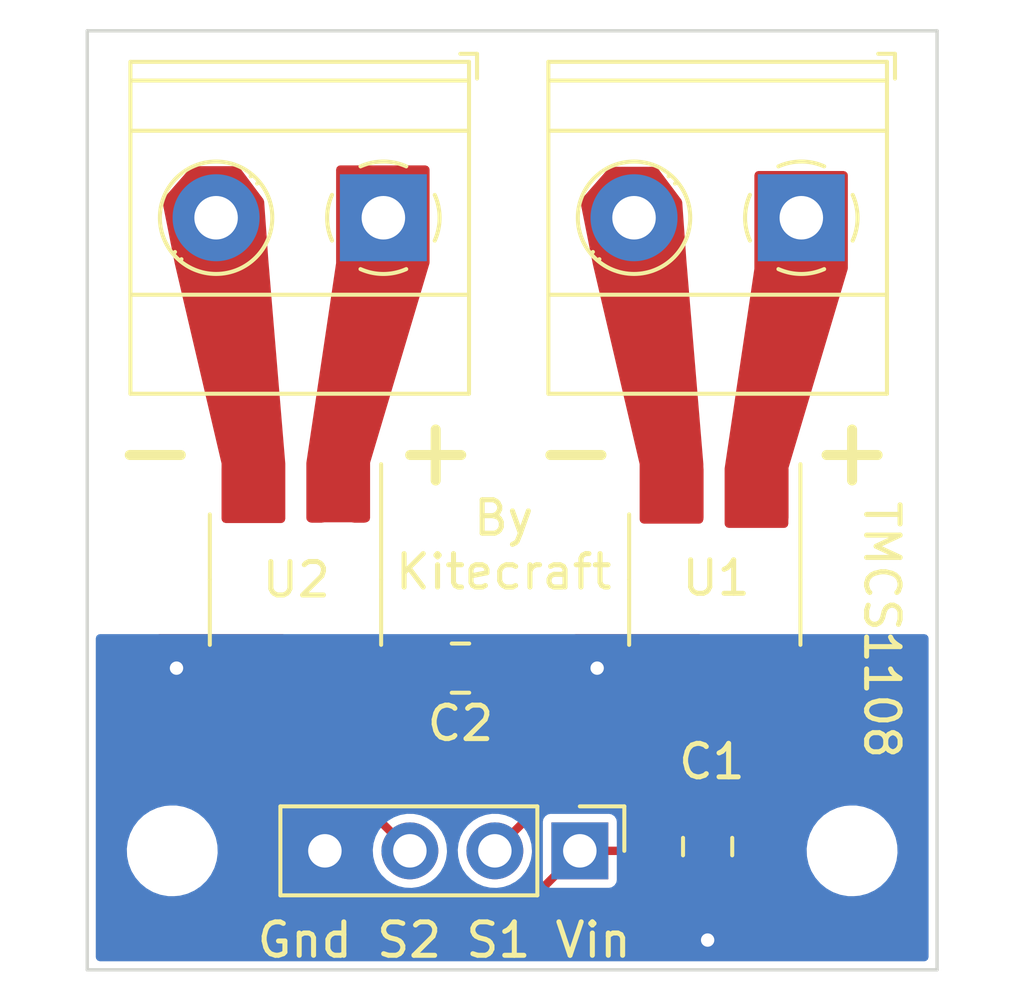
<source format=kicad_pcb>
(kicad_pcb (version 20211014) (generator pcbnew)
  (layers (0 "F.Cu" signal) (31 "B.Cu" signal) (34 "B.Paste" user) (35 "F.Paste" user) (36 "B.SilkS" user "B.Silkscreen") (37 "F.SilkS" user "F.Silkscreen") (38 "B.Mask" user) (39 "F.Mask" user) (44 "Edge.Cuts" user))
  (net 0 "")
  (net 1 "/Gnd")
  (net 2 "Net-(J1-Pad2)")
  (net 3 "Net-(J2-Pad2)")
  (net 4 "Net-(J1-Pad1)")
  (net 5 "Net-(J2-Pad1)")
  (net 6 "/Chan_1")
  (net 7 "/Chan_2")
  (net 8 "/Vin")
  (footprint "Capacitor_SMD:C_0805_2012Metric_Pad1.18x1.45mm_HandSolder" (layer "F.Cu") (at 124.1845 100.33)
    (fp_text reference "C2" (at 0 1.651) (layer "F.SilkS"))
    (fp_text value "0.1uF")
    (fp_line (start -0.261252 -0.735) (end 0.261252 -0.735) (layer "F.SilkS") (width 0.12))
    (fp_line (start -0.261252 0.735) (end 0.261252 0.735) (layer "F.SilkS") (width 0.12))
    (pad "1" smd roundrect (at -1.0375 0) (size 1.175 1.45) (layers "F.Cu" "F.Paste" "F.Mask") (roundrect_rratio 0.212766) (net 8 "/Vin"))
    (pad "2" smd roundrect (at 1.0375 0) (size 1.175 1.45) (layers "F.Cu" "F.Paste" "F.Mask") (roundrect_rratio 0.212766) (net 1 "/Gnd"))
  )
  (footprint "Connector_PinHeader_2.54mm:PinHeader_1x04_P2.54mm_Vertical" (layer "F.Cu") (at 127.752 105.791 -90)
    (fp_text reference "J3" hide)
    (fp_text value "Conn_01x04")
    (fp_line (start -1.33 -1.33) (end 0 -1.33) (layer "F.SilkS") (width 0.12))
    (fp_line (start -1.33 1.27) (end 1.33 1.27) (layer "F.SilkS") (width 0.12))
    (fp_line (start 1.33 1.27) (end 1.33 8.95) (layer "F.SilkS") (width 0.12))
    (fp_line (start -1.33 8.95) (end 1.33 8.95) (layer "F.SilkS") (width 0.12))
    (fp_line (start -1.33 1.27) (end -1.33 8.95) (layer "F.SilkS") (width 0.12))
    (fp_line (start -1.33 0) (end -1.33 -1.33) (layer "F.SilkS") (width 0.12))
    (pad "1" thru_hole rect (at 0 0 270) (size 1.7 1.7) (drill 1) (layers *.Cu *.Mask) (net 8 "/Vin"))
    (pad "2" thru_hole oval (at 0 2.54 270) (size 1.7 1.7) (drill 1) (layers *.Cu *.Mask) (net 6 "/Chan_1"))
    (pad "3" thru_hole oval (at 0 5.08 270) (size 1.7 1.7) (drill 1) (layers *.Cu *.Mask) (net 7 "/Chan_2"))
    (pad "4" thru_hole oval (at 0 7.62 270) (size 1.7 1.7) (drill 1) (layers *.Cu *.Mask) (net 1 "/Gnd"))
  )
  (footprint "Capacitor_SMD:C_0805_2012Metric_Pad1.18x1.45mm_HandSolder" (layer "F.Cu") (at 131.572 105.664 -90)
    (fp_text reference "C1" (at -2.54 -0.127) (layer "F.SilkS"))
    (fp_text value "0.1uF")
    (fp_line (start -0.261252 -0.735) (end 0.261252 -0.735) (layer "F.SilkS") (width 0.12))
    (fp_line (start -0.261252 0.735) (end 0.261252 0.735) (layer "F.SilkS") (width 0.12))
    (pad "1" smd roundrect (at -1.0375 0 270) (size 1.175 1.45) (layers "F.Cu" "F.Paste" "F.Mask") (roundrect_rratio 0.212766) (net 8 "/Vin"))
    (pad "2" smd roundrect (at 1.0375 0 270) (size 1.175 1.45) (layers "F.Cu" "F.Paste" "F.Mask") (roundrect_rratio 0.212766) (net 1 "/Gnd"))
  )
  (footprint "MountingHole:MountingHole_2.2mm_M2_DIN965" (layer "F.Cu") (at 135.89 105.791)
    (fp_text reference "H1" hide)
    (fp_text value "MountingHole")
    (pad "" np_thru_hole circle (at 0 0) (size 2.2 2.2) (drill 2.2) (layers *.Cu *.Mask))
  )
  (footprint "TerminalBlock_Phoenix:TerminalBlock_Phoenix_MKDS-1,5-2_1x02_P5.00mm_Horizontal" (layer "F.Cu") (at 121.88 86.868 180)
    (fp_text reference "J2" hide)
    (fp_text value "Conn_01x02")
    (fp_line (start -2.8 4.9) (end -2.3 4.9) (layer "F.SilkS") (width 0.12))
    (fp_line (start 6.275 -1.069) (end 6.228 -1.023) (layer "F.SilkS") (width 0.12))
    (fp_line (start -2.8 4.16) (end -2.8 4.9) (layer "F.SilkS") (width 0.12))
    (fp_line (start -2.56 -5.261) (end 7.56 -5.261) (layer "F.SilkS") (width 0.12))
    (fp_line (start -2.56 -5.261) (end -2.56 4.66) (layer "F.SilkS") (width 0.12))
    (fp_line (start -2.56 -2.301) (end 7.56 -2.301) (layer "F.SilkS") (width 0.12))
    (fp_line (start 3.773 1.023) (end 3.726 1.069) (layer "F.SilkS") (width 0.12))
    (fp_line (start 7.56 -5.261) (end 7.56 4.66) (layer "F.SilkS") (width 0.12))
    (fp_line (start 6.07 -1.275) (end 6.035 -1.239) (layer "F.SilkS") (width 0.12))
    (fp_line (start 3.966 1.239) (end 3.931 1.274) (layer "F.SilkS") (width 0.12))
    (fp_line (start -2.56 4.66) (end 7.56 4.66) (layer "F.SilkS") (width 0.12))
    (fp_line (start -2.56 4.1) (end 7.56 4.1) (layer "F.SilkS") (width 0.12))
    (fp_line (start -2.56 2.6) (end 7.56 2.6) (layer "F.SilkS") (width 0.12))
    (fp_arc (start -1.535427 0.683042) (mid -1.680501 -0.000524) (end -1.535 -0.684) (layer "F.SilkS") (width 0.12))
    (fp_arc (start 0.028805 1.680253) (mid -0.335551 1.646659) (end -0.684 1.535) (layer "F.SilkS") (width 0.12))
    (fp_arc (start 0.683318 1.534756) (mid 0.349292 1.643288) (end 0 1.68) (layer "F.SilkS") (width 0.12))
    (fp_arc (start -0.683042 -1.535427) (mid 0.000524 -1.680501) (end 0.684 -1.535) (layer "F.SilkS") (width 0.12))
    (fp_arc (start 1.535427 -0.683042) (mid 1.680501 0.000524) (end 1.535 0.684) (layer "F.SilkS") (width 0.12))
    (fp_circle (center 5 0) (end 6.68 0) (layer "F.SilkS") (width 0.12) (fill none))
    (pad "1" thru_hole rect (at 0 0 180) (size 2.6 2.6) (drill 1.3) (layers *.Cu *.Mask) (net 5 "Net-(J2-Pad1)"))
    (pad "2" thru_hole circle (at 5 0 180) (size 2.6 2.6) (drill 1.3) (layers *.Cu *.Mask) (net 3 "Net-(J2-Pad2)"))
  )
  (footprint "Kitecraft_Boards:SO-8_3.9x4.9mm_P1.27mm" (layer "F.Cu") (at 131.786 97.684 -90)
    (fp_text reference "U1" (at -0.0464 -0.04) (layer "F.SilkS"))
    (fp_text value "TMCS1108")
    (fp_line (start 0 -2.56) (end -3.45 -2.56) (layer "F.SilkS") (width 0.12))
    (fp_line (start 0 2.56) (end -1.95 2.56) (layer "F.SilkS") (width 0.12))
    (fp_line (start 0 2.56) (end 1.95 2.56) (layer "F.SilkS") (width 0.12))
    (fp_line (start 0 -2.56) (end 1.95 -2.56) (layer "F.SilkS") (width 0.12))
    (pad "1" smd roundrect (at -2.575 -1.905 270) (size 1.75 0.6) (layers "F.Cu" "F.Paste" "F.Mask") (net 4 "Net-(J1-Pad1)"))
    (pad "2" smd roundrect (at -2.575 -0.635 270) (size 1.75 0.6) (layers "F.Cu" "F.Paste" "F.Mask") (net 4 "Net-(J1-Pad1)"))
    (pad "3" smd roundrect (at -2.575 0.635 270) (size 1.75 0.6) (layers "F.Cu" "F.Paste" "F.Mask") (net 2 "Net-(J1-Pad2)"))
    (pad "4" smd roundrect (at -2.575 1.905 270) (size 1.75 0.6) (layers "F.Cu" "F.Paste" "F.Mask") (net 2 "Net-(J1-Pad2)"))
    (pad "5" smd roundrect (at 2.575 1.905 270) (size 1.75 0.6) (layers "F.Cu" "F.Paste" "F.Mask") (net 1 "/Gnd"))
    (pad "6" smd roundrect (at 2.575 0.635 270) (size 1.75 0.6) (layers "F.Cu" "F.Paste" "F.Mask") (net 1 "/Gnd"))
    (pad "7" smd roundrect (at 2.575 -0.635 270) (size 1.75 0.6) (layers "F.Cu" "F.Paste" "F.Mask") (net 6 "/Chan_1"))
    (pad "8" smd roundrect (at 2.575 -1.905 270) (size 1.75 0.6) (layers "F.Cu" "F.Paste" "F.Mask") (net 8 "/Vin"))
  )
  (footprint "TerminalBlock_Phoenix:TerminalBlock_Phoenix_MKDS-1,5-2_1x02_P5.00mm_Horizontal" (layer "F.Cu") (at 134.372 86.868 180)
    (fp_text reference "J1" hide)
    (fp_text value "Conn_01x02" hide)
    (fp_line (start 3.966 1.239) (end 3.931 1.274) (layer "F.SilkS") (width 0.12))
    (fp_line (start -2.8 4.9) (end -2.3 4.9) (layer "F.SilkS") (width 0.12))
    (fp_line (start -2.56 2.6) (end 7.56 2.6) (layer "F.SilkS") (width 0.12))
    (fp_line (start -2.8 4.16) (end -2.8 4.9) (layer "F.SilkS") (width 0.12))
    (fp_line (start 3.773 1.023) (end 3.726 1.069) (layer "F.SilkS") (width 0.12))
    (fp_line (start -2.56 -5.261) (end 7.56 -5.261) (layer "F.SilkS") (width 0.12))
    (fp_line (start -2.56 4.66) (end 7.56 4.66) (layer "F.SilkS") (width 0.12))
    (fp_line (start 7.56 -5.261) (end 7.56 4.66) (layer "F.SilkS") (width 0.12))
    (fp_line (start -2.56 -5.261) (end -2.56 4.66) (layer "F.SilkS") (width 0.12))
    (fp_line (start -2.56 4.1) (end 7.56 4.1) (layer "F.SilkS") (width 0.12))
    (fp_line (start 6.07 -1.275) (end 6.035 -1.239) (layer "F.SilkS") (width 0.12))
    (fp_line (start -2.56 -2.301) (end 7.56 -2.301) (layer "F.SilkS") (width 0.12))
    (fp_line (start 6.275 -1.069) (end 6.228 -1.023) (layer "F.SilkS") (width 0.12))
    (fp_arc (start 0.683318 1.534756) (mid 0.349292 1.643288) (end 0 1.68) (layer "F.SilkS") (width 0.12))
    (fp_arc (start -0.683042 -1.535427) (mid 0.000524 -1.680501) (end 0.684 -1.535) (layer "F.SilkS") (width 0.12))
    (fp_arc (start -1.535427 0.683042) (mid -1.680501 -0.000524) (end -1.535 -0.684) (layer "F.SilkS") (width 0.12))
    (fp_arc (start 1.535427 -0.683042) (mid 1.680501 0.000524) (end 1.535 0.684) (layer "F.SilkS") (width 0.12))
    (fp_arc (start 0.028805 1.680253) (mid -0.335551 1.646659) (end -0.684 1.535) (layer "F.SilkS") (width 0.12))
    (fp_circle (center 5 0) (end 6.68 0) (layer "F.SilkS") (width 0.12) (fill none))
    (pad "1" thru_hole rect (at 0 0 180) (size 2.6 2.6) (drill 1.3) (layers *.Cu *.Mask) (net 4 "Net-(J1-Pad1)"))
    (pad "2" thru_hole circle (at 5 0 180) (size 2.6 2.6) (drill 1.3) (layers *.Cu *.Mask) (net 2 "Net-(J1-Pad2)"))
  )
  (footprint "MountingHole:MountingHole_2.2mm_M2_DIN965" (layer "F.Cu") (at 115.57 105.791)
    (fp_text reference "H2" hide)
    (fp_text value "MountingHole")
    (pad "" np_thru_hole circle (at 0 0) (size 2.2 2.2) (drill 2.2) (layers *.Cu *.Mask))
  )
  (footprint "Kitecraft_Boards:SO-8_3.9x4.9mm_P1.27mm" (layer "F.Cu") (at 119.253 97.684 -90)
    (fp_text reference "U2" (at 0.0044 -0.0254 180) (layer "F.SilkS"))
    (fp_text value "TMCS1108")
    (fp_line (start 0 -2.56) (end 1.95 -2.56) (layer "F.SilkS") (width 0.12))
    (fp_line (start 0 2.56) (end -1.95 2.56) (layer "F.SilkS") (width 0.12))
    (fp_line (start 0 -2.56) (end -3.45 -2.56) (layer "F.SilkS") (width 0.12))
    (fp_line (start 0 2.56) (end 1.95 2.56) (layer "F.SilkS") (width 0.12))
    (pad "1" smd roundrect (at -2.575 -1.905 270) (size 1.75 0.6) (layers "F.Cu" "F.Paste" "F.Mask") (net 5 "Net-(J2-Pad1)"))
    (pad "2" smd roundrect (at -2.575 -0.635 270) (size 1.75 0.6) (layers "F.Cu" "F.Paste" "F.Mask") (net 5 "Net-(J2-Pad1)"))
    (pad "3" smd roundrect (at -2.575 0.635 270) (size 1.75 0.6) (layers "F.Cu" "F.Paste" "F.Mask") (net 3 "Net-(J2-Pad2)"))
    (pad "4" smd roundrect (at -2.575 1.905 270) (size 1.75 0.6) (layers "F.Cu" "F.Paste" "F.Mask") (net 3 "Net-(J2-Pad2)"))
    (pad "5" smd roundrect (at 2.575 1.905 270) (size 1.75 0.6) (layers "F.Cu" "F.Paste" "F.Mask") (net 1 "/Gnd"))
    (pad "6" smd roundrect (at 2.575 0.635 270) (size 1.75 0.6) (layers "F.Cu" "F.Paste" "F.Mask") (net 1 "/Gnd"))
    (pad "7" smd roundrect (at 2.575 -0.635 270) (size 1.75 0.6) (layers "F.Cu" "F.Paste" "F.Mask") (net 7 "/Chan_2"))
    (pad "8" smd roundrect (at 2.575 -1.905 270) (size 1.75 0.6) (layers "F.Cu" "F.Paste" "F.Mask") (net 8 "/Vin"))
  )
  (gr_line (start 138.43 81.28) (end 138.43 109.347) (layer "Edge.Cuts") (width 0.1))
  (gr_line (start 113.03 109.347) (end 113.03 81.28) (layer "Edge.Cuts") (width 0.1))
  (gr_line (start 138.43 109.347) (end 113.03 109.347) (layer "Edge.Cuts") (width 0.1))
  (gr_line (start 113.03 81.28) (end 138.43 81.28) (layer "Edge.Cuts") (width 0.1))
  (gr_text "+" (at 123.444 94.107 180) (layer "F.SilkS") (effects (font (size 2 2) (thickness 0.3))))
  (gr_text "+" (at 135.89 94.107 180) (layer "F.SilkS") (effects (font (size 2 2) (thickness 0.3))))
  (gr_text "Gnd S2 S1 Vin" (at 123.698 108.458) (layer "F.SilkS") (effects (font (size 1 1))))
  (gr_text "TMCS1108" (at 136.779 99.187 270) (layer "F.SilkS") (effects (font (size 1 1))))
  (gr_text "By\nKitecraft" (at 125.476 96.647) (layer "F.SilkS") (effects (font (size 1 1))))
  (gr_text "-" (at 127.635 94.107 180) (layer "F.SilkS") (effects (font (size 2 2) (thickness 0.3))))
  (gr_text "-" (at 115.062 94.107 180) (layer "F.SilkS") (effects (font (size 2 2) (thickness 0.3))))
  (segment (start 131.572 106.7015) (end 131.572 108.458) (width 0.25) (layer "F.Cu") (net 1))
  (segment (start 125.222 100.33) (end 128.27 100.33) (width 0.25) (layer "F.Cu") (net 1))
  (via (at 128.27 100.33) (size 0.8) (drill 0.4) (layers "F.Cu" "B.Cu") (net 1))
  (via (at 131.572 108.458) (size 0.8) (drill 0.4) (layers "F.Cu" "B.Cu") (net 1))
  (via (at 115.697 100.33) (size 0.8) (drill 0.4) (layers "F.Cu" "B.Cu") (net 1))
  (segment (start 130.81 103.124) (end 132.421 101.513) (width 0.25) (layer "F.Cu") (net 6))
  (segment (start 132.421 101.513) (end 132.421 100.259) (width 0.25) (layer "F.Cu") (net 6))
  (segment (start 125.212 105.791) (end 127.879 103.124) (width 0.25) (layer "F.Cu") (net 6))
  (segment (start 127.879 103.124) (end 130.81 103.124) (width 0.25) (layer "F.Cu") (net 6))
  (segment (start 119.888 103.007) (end 122.672 105.791) (width 0.25) (layer "F.Cu") (net 7))
  (segment (start 119.888 100.259) (end 119.888 103.007) (width 0.25) (layer "F.Cu") (net 7))
  (segment (start 123.147 104.097) (end 123.952 104.902) (width 0.25) (layer "F.Cu") (net 8))
  (segment (start 126.101 107.442) (end 127.752 105.791) (width 0.25) (layer "F.Cu") (net 8))
  (segment (start 131.572 104.6265) (end 133.691 102.5075) (width 0.25) (layer "F.Cu") (net 8))
  (segment (start 124.714 107.442) (end 126.101 107.442) (width 0.25) (layer "F.Cu") (net 8))
  (segment (start 127.752 105.791) (end 130.4075 105.791) (width 0.25) (layer "F.Cu") (net 8))
  (segment (start 123.952 104.902) (end 123.952 106.68) (width 0.25) (layer "F.Cu") (net 8))
  (segment (start 123.147 100.33) (end 121.229 100.33) (width 0.25) (layer "F.Cu") (net 8))
  (segment (start 133.691 102.5075) (end 133.691 100.259) (width 0.25) (layer "F.Cu") (net 8))
  (segment (start 121.229 100.33) (end 121.158 100.259) (width 0.25) (layer "F.Cu") (net 8))
  (segment (start 123.147 100.33) (end 123.147 104.097) (width 0.25) (layer "F.Cu") (net 8))
  (segment (start 123.952 106.68) (end 124.714 107.442) (width 0.25) (layer "F.Cu") (net 8))
  (segment (start 130.4075 105.791) (end 131.572 104.6265) (width 0.25) (layer "F.Cu") (net 8))
  (zone (net 3) (net_name "Net-(J2-Pad2)") (layer "F.Cu") (connect_pads yes (clearance 0.508)) (min_thickness 0.254) (fill yes (thermal_gap 0.508) (thermal_bridge_width 0.508))
    (polygon (pts (xy 118.440854 88.120013) (xy 118.948854 94.216013) (xy 118.948854 95.994013) (xy 117.043854 95.994013) (xy 117.043854 94.216013) (xy 115.646854 88.247013) (xy 115.265854 86.342013) (xy 116.154854 85.326013) (xy 117.551854 85.326013) (xy 118.313854 86.342013)))
  )
  (zone (net 1) (net_name "/Gnd") (layer "F.Cu") (connect_pads yes (clearance 0.254)) (min_thickness 0.254) (fill yes (thermal_gap 0.508) (thermal_bridge_width 0.508))
    (polygon (pts (xy 131.445 101.219) (xy 127.508 101.219) (xy 127.508 99.314) (xy 131.445 99.314)))
  )
  (zone (net 4) (net_name "Net-(J1-Pad1)") (layer "F.Cu") (connect_pads yes (clearance 0.508)) (min_thickness 0.254) (fill yes (thermal_gap 0.508) (thermal_bridge_width 0.508))
    (polygon (pts (xy 135.763 88.392) (xy 133.985 94.361) (xy 133.985 96.139) (xy 132.08 96.139) (xy 132.08 94.361) (xy 132.969 88.392) (xy 132.969 85.471) (xy 135.763 85.471)))
  )
  (zone (net 5) (net_name "Net-(J2-Pad1)") (layer "F.Cu") (connect_pads yes (clearance 0.508)) (min_thickness 0.254) (fill yes (thermal_gap 0.508) (thermal_bridge_width 0.508))
    (polygon (pts (xy 123.260924 88.224223) (xy 121.482924 94.193223) (xy 121.482924 95.971223) (xy 119.577924 95.971223) (xy 119.577924 94.193223) (xy 120.466924 88.224223) (xy 120.466924 85.303223) (xy 123.260924 85.303223)))
  )
  (zone (net 1) (net_name "/Gnd") (layer "F.Cu") (connect_pads yes (clearance 0.254)) (min_thickness 0.254) (fill yes (thermal_gap 0.508) (thermal_bridge_width 0.508))
    (polygon (pts (xy 118.999 101.219) (xy 115.062 101.219) (xy 115.062 99.314) (xy 118.999 99.314)))
  )
  (zone (net 2) (net_name "Net-(J1-Pad2)") (layer "F.Cu") (connect_pads yes (clearance 0.508)) (min_thickness 0.254) (fill yes (thermal_gap 0.508) (thermal_bridge_width 0.508))
    (polygon (pts (xy 130.937 88.138) (xy 131.445 94.234) (xy 131.445 96.012) (xy 129.54 96.012) (xy 129.54 94.234) (xy 128.143 88.265) (xy 127.762 86.36) (xy 128.651 85.344) (xy 130.048 85.344) (xy 130.81 86.36)))
  )
  (zone (net 1) (net_name "/Gnd") (layer "B.Cu") (connect_pads yes (clearance 0.254)) (min_thickness 0.254) (fill yes (thermal_gap 0.508) (thermal_bridge_width 0.508))
    (polygon (pts (xy 138.43 109.347) (xy 113.03 109.347) (xy 113.03 99.314) (xy 138.43 99.314)))
  )
)
</source>
